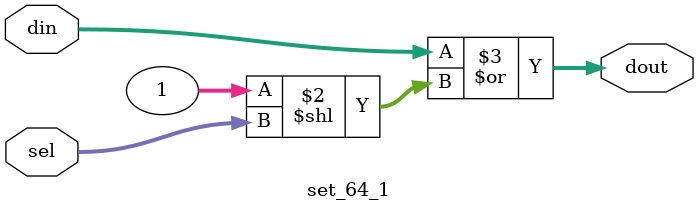
<source format=v>

module set_64_1 (input [6-1:0] sel, input [64-1:0] din, output reg [64-1:0] dout);
  always @* begin dout = din; dout = dout |  (1 << sel); end
endmodule


</source>
